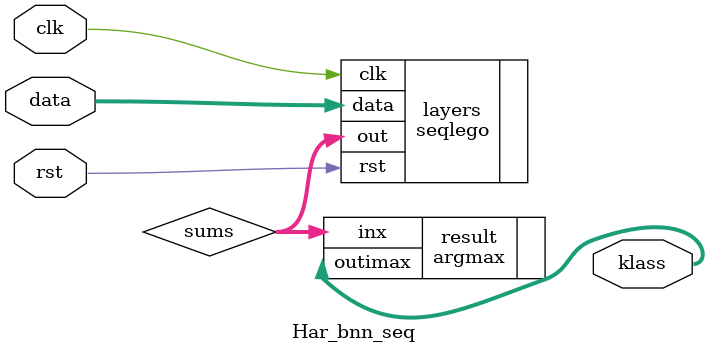
<source format=v>













module Har_bnn_seq #(

parameter N = 12,
parameter M = 40,
parameter B = 4,
parameter C = 6,
parameter Ts = 5


  ) (
  input clk,
  input rst,
  input [N*B-1:0] data,
  output [$clog2(C)-1:0] klass
  );

  localparam Weights0 = 480'b111010100100110001110010001111111101001100000101000001000110101011100001001011000011100101111101101010010110010111000010101000001001010101010101111001000010001110000011110010011010001110100000010111011101001010000101111011111010010001111110010000001110001011011110110000000111110100000100100110101110111001001100110010010000110001101100101110000101111110000010111011111001000101010101100001000011101001100011111100011000010010100010010101011100001111100001000011010111011010111100 ;
  localparam Weights1 = 240'b001000111100001110010000101000100100111010000011111100011000110000000110111111101011001011010011101101010110011000101010010101000100001110101100011110111110011100101110010110101010010100111111011010110001010001101001111101000001101111100111 ;

  localparam SumL = $clog2(M+1);
  wire [SumL*C-1:0] sums;

  seqlego #(.N(N),.B(B),.M(M),.C(C),.Weights0(Weights0),.Weights1(Weights1)) layers (
    .clk(clk),
    .rst(rst),
    .data(data),
    .out(sums)
  );

  argmax #(.N(C),.I($clog2(C)),.K(SumL)) result (
     .inx(sums),
     .outimax(klass)
  );

endmodule

</source>
